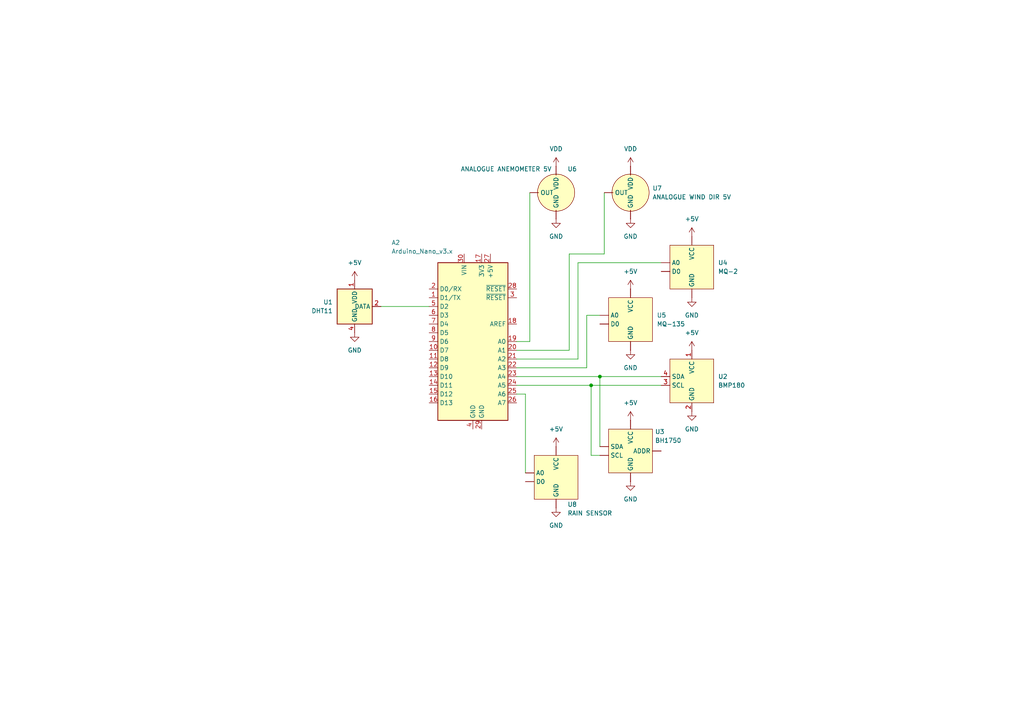
<source format=kicad_sch>
(kicad_sch
	(version 20231120)
	(generator "eeschema")
	(generator_version "8.0")
	(uuid "baf6424c-117f-47d9-bcbf-8a5822e5893f")
	(paper "A4")
	(title_block
		(title "Atmospheric Parameters Forecasting with Neural Networks")
		(date "2024-08-29")
		(comment 1 "Released under GPL3 license")
		(comment 2 "Project URL: https://github.com/Maurg1975/atm-forecasting")
		(comment 3 "**** THIS SCHEMATIC IS A DRAFT - NO WARRANTY ****")
	)
	(lib_symbols
		(symbol "MCU_Module:Arduino_Nano_v3.x"
			(exclude_from_sim no)
			(in_bom yes)
			(on_board yes)
			(property "Reference" "A"
				(at -10.16 23.495 0)
				(effects
					(font
						(size 1.27 1.27)
					)
					(justify left bottom)
				)
			)
			(property "Value" "Arduino_Nano_v3.x"
				(at 5.08 -24.13 0)
				(effects
					(font
						(size 1.27 1.27)
					)
					(justify left top)
				)
			)
			(property "Footprint" "Module:Arduino_Nano"
				(at 0 0 0)
				(effects
					(font
						(size 1.27 1.27)
						(italic yes)
					)
					(hide yes)
				)
			)
			(property "Datasheet" "http://www.mouser.com/pdfdocs/Gravitech_Arduino_Nano3_0.pdf"
				(at 0 0 0)
				(effects
					(font
						(size 1.27 1.27)
					)
					(hide yes)
				)
			)
			(property "Description" "Arduino Nano v3.x"
				(at 0 0 0)
				(effects
					(font
						(size 1.27 1.27)
					)
					(hide yes)
				)
			)
			(property "ki_keywords" "Arduino nano microcontroller module USB"
				(at 0 0 0)
				(effects
					(font
						(size 1.27 1.27)
					)
					(hide yes)
				)
			)
			(property "ki_fp_filters" "Arduino*Nano*"
				(at 0 0 0)
				(effects
					(font
						(size 1.27 1.27)
					)
					(hide yes)
				)
			)
			(symbol "Arduino_Nano_v3.x_0_1"
				(rectangle
					(start -10.16 22.86)
					(end 10.16 -22.86)
					(stroke
						(width 0.254)
						(type default)
					)
					(fill
						(type background)
					)
				)
			)
			(symbol "Arduino_Nano_v3.x_1_1"
				(pin bidirectional line
					(at -12.7 12.7 0)
					(length 2.54)
					(name "D1/TX"
						(effects
							(font
								(size 1.27 1.27)
							)
						)
					)
					(number "1"
						(effects
							(font
								(size 1.27 1.27)
							)
						)
					)
				)
				(pin bidirectional line
					(at -12.7 -2.54 0)
					(length 2.54)
					(name "D7"
						(effects
							(font
								(size 1.27 1.27)
							)
						)
					)
					(number "10"
						(effects
							(font
								(size 1.27 1.27)
							)
						)
					)
				)
				(pin bidirectional line
					(at -12.7 -5.08 0)
					(length 2.54)
					(name "D8"
						(effects
							(font
								(size 1.27 1.27)
							)
						)
					)
					(number "11"
						(effects
							(font
								(size 1.27 1.27)
							)
						)
					)
				)
				(pin bidirectional line
					(at -12.7 -7.62 0)
					(length 2.54)
					(name "D9"
						(effects
							(font
								(size 1.27 1.27)
							)
						)
					)
					(number "12"
						(effects
							(font
								(size 1.27 1.27)
							)
						)
					)
				)
				(pin bidirectional line
					(at -12.7 -10.16 0)
					(length 2.54)
					(name "D10"
						(effects
							(font
								(size 1.27 1.27)
							)
						)
					)
					(number "13"
						(effects
							(font
								(size 1.27 1.27)
							)
						)
					)
				)
				(pin bidirectional line
					(at -12.7 -12.7 0)
					(length 2.54)
					(name "D11"
						(effects
							(font
								(size 1.27 1.27)
							)
						)
					)
					(number "14"
						(effects
							(font
								(size 1.27 1.27)
							)
						)
					)
				)
				(pin bidirectional line
					(at -12.7 -15.24 0)
					(length 2.54)
					(name "D12"
						(effects
							(font
								(size 1.27 1.27)
							)
						)
					)
					(number "15"
						(effects
							(font
								(size 1.27 1.27)
							)
						)
					)
				)
				(pin bidirectional line
					(at -12.7 -17.78 0)
					(length 2.54)
					(name "D13"
						(effects
							(font
								(size 1.27 1.27)
							)
						)
					)
					(number "16"
						(effects
							(font
								(size 1.27 1.27)
							)
						)
					)
				)
				(pin power_out line
					(at 2.54 25.4 270)
					(length 2.54)
					(name "3V3"
						(effects
							(font
								(size 1.27 1.27)
							)
						)
					)
					(number "17"
						(effects
							(font
								(size 1.27 1.27)
							)
						)
					)
				)
				(pin input line
					(at 12.7 5.08 180)
					(length 2.54)
					(name "AREF"
						(effects
							(font
								(size 1.27 1.27)
							)
						)
					)
					(number "18"
						(effects
							(font
								(size 1.27 1.27)
							)
						)
					)
				)
				(pin bidirectional line
					(at 12.7 0 180)
					(length 2.54)
					(name "A0"
						(effects
							(font
								(size 1.27 1.27)
							)
						)
					)
					(number "19"
						(effects
							(font
								(size 1.27 1.27)
							)
						)
					)
				)
				(pin bidirectional line
					(at -12.7 15.24 0)
					(length 2.54)
					(name "D0/RX"
						(effects
							(font
								(size 1.27 1.27)
							)
						)
					)
					(number "2"
						(effects
							(font
								(size 1.27 1.27)
							)
						)
					)
				)
				(pin bidirectional line
					(at 12.7 -2.54 180)
					(length 2.54)
					(name "A1"
						(effects
							(font
								(size 1.27 1.27)
							)
						)
					)
					(number "20"
						(effects
							(font
								(size 1.27 1.27)
							)
						)
					)
				)
				(pin bidirectional line
					(at 12.7 -5.08 180)
					(length 2.54)
					(name "A2"
						(effects
							(font
								(size 1.27 1.27)
							)
						)
					)
					(number "21"
						(effects
							(font
								(size 1.27 1.27)
							)
						)
					)
				)
				(pin bidirectional line
					(at 12.7 -7.62 180)
					(length 2.54)
					(name "A3"
						(effects
							(font
								(size 1.27 1.27)
							)
						)
					)
					(number "22"
						(effects
							(font
								(size 1.27 1.27)
							)
						)
					)
				)
				(pin bidirectional line
					(at 12.7 -10.16 180)
					(length 2.54)
					(name "A4"
						(effects
							(font
								(size 1.27 1.27)
							)
						)
					)
					(number "23"
						(effects
							(font
								(size 1.27 1.27)
							)
						)
					)
				)
				(pin bidirectional line
					(at 12.7 -12.7 180)
					(length 2.54)
					(name "A5"
						(effects
							(font
								(size 1.27 1.27)
							)
						)
					)
					(number "24"
						(effects
							(font
								(size 1.27 1.27)
							)
						)
					)
				)
				(pin bidirectional line
					(at 12.7 -15.24 180)
					(length 2.54)
					(name "A6"
						(effects
							(font
								(size 1.27 1.27)
							)
						)
					)
					(number "25"
						(effects
							(font
								(size 1.27 1.27)
							)
						)
					)
				)
				(pin bidirectional line
					(at 12.7 -17.78 180)
					(length 2.54)
					(name "A7"
						(effects
							(font
								(size 1.27 1.27)
							)
						)
					)
					(number "26"
						(effects
							(font
								(size 1.27 1.27)
							)
						)
					)
				)
				(pin power_out line
					(at 5.08 25.4 270)
					(length 2.54)
					(name "+5V"
						(effects
							(font
								(size 1.27 1.27)
							)
						)
					)
					(number "27"
						(effects
							(font
								(size 1.27 1.27)
							)
						)
					)
				)
				(pin input line
					(at 12.7 15.24 180)
					(length 2.54)
					(name "~{RESET}"
						(effects
							(font
								(size 1.27 1.27)
							)
						)
					)
					(number "28"
						(effects
							(font
								(size 1.27 1.27)
							)
						)
					)
				)
				(pin power_in line
					(at 2.54 -25.4 90)
					(length 2.54)
					(name "GND"
						(effects
							(font
								(size 1.27 1.27)
							)
						)
					)
					(number "29"
						(effects
							(font
								(size 1.27 1.27)
							)
						)
					)
				)
				(pin input line
					(at 12.7 12.7 180)
					(length 2.54)
					(name "~{RESET}"
						(effects
							(font
								(size 1.27 1.27)
							)
						)
					)
					(number "3"
						(effects
							(font
								(size 1.27 1.27)
							)
						)
					)
				)
				(pin power_in line
					(at -2.54 25.4 270)
					(length 2.54)
					(name "VIN"
						(effects
							(font
								(size 1.27 1.27)
							)
						)
					)
					(number "30"
						(effects
							(font
								(size 1.27 1.27)
							)
						)
					)
				)
				(pin power_in line
					(at 0 -25.4 90)
					(length 2.54)
					(name "GND"
						(effects
							(font
								(size 1.27 1.27)
							)
						)
					)
					(number "4"
						(effects
							(font
								(size 1.27 1.27)
							)
						)
					)
				)
				(pin bidirectional line
					(at -12.7 10.16 0)
					(length 2.54)
					(name "D2"
						(effects
							(font
								(size 1.27 1.27)
							)
						)
					)
					(number "5"
						(effects
							(font
								(size 1.27 1.27)
							)
						)
					)
				)
				(pin bidirectional line
					(at -12.7 7.62 0)
					(length 2.54)
					(name "D3"
						(effects
							(font
								(size 1.27 1.27)
							)
						)
					)
					(number "6"
						(effects
							(font
								(size 1.27 1.27)
							)
						)
					)
				)
				(pin bidirectional line
					(at -12.7 5.08 0)
					(length 2.54)
					(name "D4"
						(effects
							(font
								(size 1.27 1.27)
							)
						)
					)
					(number "7"
						(effects
							(font
								(size 1.27 1.27)
							)
						)
					)
				)
				(pin bidirectional line
					(at -12.7 2.54 0)
					(length 2.54)
					(name "D5"
						(effects
							(font
								(size 1.27 1.27)
							)
						)
					)
					(number "8"
						(effects
							(font
								(size 1.27 1.27)
							)
						)
					)
				)
				(pin bidirectional line
					(at -12.7 0 0)
					(length 2.54)
					(name "D6"
						(effects
							(font
								(size 1.27 1.27)
							)
						)
					)
					(number "9"
						(effects
							(font
								(size 1.27 1.27)
							)
						)
					)
				)
			)
		)
		(symbol "Sensor:DHT11"
			(exclude_from_sim no)
			(in_bom yes)
			(on_board yes)
			(property "Reference" "U"
				(at -3.81 6.35 0)
				(effects
					(font
						(size 1.27 1.27)
					)
				)
			)
			(property "Value" "DHT11"
				(at 3.81 6.35 0)
				(effects
					(font
						(size 1.27 1.27)
					)
				)
			)
			(property "Footprint" "Sensor:Aosong_DHT11_5.5x12.0_P2.54mm"
				(at 0 -10.16 0)
				(effects
					(font
						(size 1.27 1.27)
					)
					(hide yes)
				)
			)
			(property "Datasheet" "http://akizukidenshi.com/download/ds/aosong/DHT11.pdf"
				(at 3.81 6.35 0)
				(effects
					(font
						(size 1.27 1.27)
					)
					(hide yes)
				)
			)
			(property "Description" "3.3V to 5.5V, temperature and humidity module, DHT11"
				(at 0 0 0)
				(effects
					(font
						(size 1.27 1.27)
					)
					(hide yes)
				)
			)
			(property "ki_keywords" "digital sensor"
				(at 0 0 0)
				(effects
					(font
						(size 1.27 1.27)
					)
					(hide yes)
				)
			)
			(property "ki_fp_filters" "Aosong*DHT11*5.5x12.0*P2.54mm*"
				(at 0 0 0)
				(effects
					(font
						(size 1.27 1.27)
					)
					(hide yes)
				)
			)
			(symbol "DHT11_0_1"
				(rectangle
					(start -5.08 5.08)
					(end 5.08 -5.08)
					(stroke
						(width 0.254)
						(type default)
					)
					(fill
						(type background)
					)
				)
			)
			(symbol "DHT11_1_1"
				(pin power_in line
					(at 0 7.62 270)
					(length 2.54)
					(name "VDD"
						(effects
							(font
								(size 1.27 1.27)
							)
						)
					)
					(number "1"
						(effects
							(font
								(size 1.27 1.27)
							)
						)
					)
				)
				(pin bidirectional line
					(at 7.62 0 180)
					(length 2.54)
					(name "DATA"
						(effects
							(font
								(size 1.27 1.27)
							)
						)
					)
					(number "2"
						(effects
							(font
								(size 1.27 1.27)
							)
						)
					)
				)
				(pin no_connect line
					(at -5.08 0 0)
					(length 2.54) hide
					(name "NC"
						(effects
							(font
								(size 1.27 1.27)
							)
						)
					)
					(number "3"
						(effects
							(font
								(size 1.27 1.27)
							)
						)
					)
				)
				(pin power_in line
					(at 0 -7.62 90)
					(length 2.54)
					(name "GND"
						(effects
							(font
								(size 1.27 1.27)
							)
						)
					)
					(number "4"
						(effects
							(font
								(size 1.27 1.27)
							)
						)
					)
				)
			)
		)
		(symbol "maurg1975_sensors:ANEMOMETER_ANALOGUE"
			(exclude_from_sim no)
			(in_bom yes)
			(on_board yes)
			(property "Reference" "U"
				(at -5.588 7.112 0)
				(effects
					(font
						(size 1.27 1.27)
					)
					(justify left top)
				)
			)
			(property "Value" "ANEM_AN"
				(at 4.572 7.112 0)
				(effects
					(font
						(size 1.27 1.27)
					)
					(justify left top)
				)
			)
			(property "Footprint" ""
				(at 0 0 0)
				(effects
					(font
						(size 1.27 1.27)
					)
					(hide yes)
				)
			)
			(property "Datasheet" ""
				(at 0 0 0)
				(effects
					(font
						(size 1.27 1.27)
					)
					(hide yes)
				)
			)
			(property "Description" ""
				(at 0 0 0)
				(effects
					(font
						(size 1.27 1.27)
					)
					(hide yes)
				)
			)
			(symbol "ANEMOMETER_ANALOGUE_1_1"
				(circle
					(center 0 0)
					(radius 5.3882)
					(stroke
						(width 0)
						(type default)
					)
					(fill
						(type background)
					)
				)
				(pin power_in line
					(at 0 -7.62 90)
					(length 2.54)
					(name "GND"
						(effects
							(font
								(size 1.27 1.27)
							)
						)
					)
					(number ""
						(effects
							(font
								(size 1.27 1.27)
							)
						)
					)
				)
				(pin output line
					(at -7.62 0 0)
					(length 2.54)
					(name "OUT"
						(effects
							(font
								(size 1.27 1.27)
							)
						)
					)
					(number ""
						(effects
							(font
								(size 1.27 1.27)
							)
						)
					)
				)
				(pin power_in line
					(at 0 7.62 270)
					(length 2.54)
					(name "VDD"
						(effects
							(font
								(size 1.27 1.27)
							)
						)
					)
					(number ""
						(effects
							(font
								(size 1.27 1.27)
							)
						)
					)
				)
			)
		)
		(symbol "maurg1975_sensors:BH1750"
			(exclude_from_sim no)
			(in_bom yes)
			(on_board yes)
			(property "Reference" "U"
				(at -6.604 8.636 0)
				(effects
					(font
						(size 1.27 1.27)
					)
					(justify left top)
				)
			)
			(property "Value" "BH1750"
				(at 6.096 8.636 0)
				(effects
					(font
						(size 1.27 1.27)
					)
					(justify left top)
				)
			)
			(property "Footprint" ""
				(at 0 0 0)
				(effects
					(font
						(size 1.27 1.27)
					)
					(hide yes)
				)
			)
			(property "Datasheet" ""
				(at 0 0 0)
				(effects
					(font
						(size 1.27 1.27)
					)
					(hide yes)
				)
			)
			(property "Description" ""
				(at 0 0 0)
				(effects
					(font
						(size 1.27 1.27)
					)
					(hide yes)
				)
			)
			(symbol "BH1750_1_1"
				(rectangle
					(start -6.35 6.35)
					(end 6.35 -6.35)
					(stroke
						(width 0)
						(type default)
					)
					(fill
						(type background)
					)
				)
				(pin power_in line
					(at 8.89 0 180)
					(length 2.54)
					(name "ADDR"
						(effects
							(font
								(size 1.27 1.27)
							)
						)
					)
					(number ""
						(effects
							(font
								(size 1.27 1.27)
							)
						)
					)
				)
				(pin power_in line
					(at 0 -8.89 90)
					(length 2.54)
					(name "GND"
						(effects
							(font
								(size 1.27 1.27)
							)
						)
					)
					(number ""
						(effects
							(font
								(size 1.27 1.27)
							)
						)
					)
				)
				(pin input line
					(at -8.89 -1.27 0)
					(length 2.54)
					(name "SCL"
						(effects
							(font
								(size 1.27 1.27)
							)
						)
					)
					(number ""
						(effects
							(font
								(size 1.27 1.27)
							)
						)
					)
				)
				(pin input line
					(at -8.89 1.27 0)
					(length 2.54)
					(name "SDA"
						(effects
							(font
								(size 1.27 1.27)
							)
						)
					)
					(number ""
						(effects
							(font
								(size 1.27 1.27)
							)
						)
					)
				)
				(pin power_in line
					(at 0 8.89 270)
					(length 2.54)
					(name "VCC"
						(effects
							(font
								(size 1.27 1.27)
							)
						)
					)
					(number ""
						(effects
							(font
								(size 1.27 1.27)
							)
						)
					)
				)
			)
		)
		(symbol "maurg1975_sensors:BMP180"
			(exclude_from_sim no)
			(in_bom yes)
			(on_board yes)
			(property "Reference" "U"
				(at -6.604 8.636 0)
				(effects
					(font
						(size 1.27 1.27)
					)
					(justify left top)
				)
			)
			(property "Value" "BMP180"
				(at 6.096 8.636 0)
				(effects
					(font
						(size 1.27 1.27)
					)
					(justify left top)
				)
			)
			(property "Footprint" ""
				(at 0 0 0)
				(effects
					(font
						(size 1.27 1.27)
					)
					(hide yes)
				)
			)
			(property "Datasheet" ""
				(at 0 0 0)
				(effects
					(font
						(size 1.27 1.27)
					)
					(hide yes)
				)
			)
			(property "Description" ""
				(at 0 0 0)
				(effects
					(font
						(size 1.27 1.27)
					)
					(hide yes)
				)
			)
			(symbol "BMP180_1_1"
				(rectangle
					(start -6.35 6.35)
					(end 6.35 -6.35)
					(stroke
						(width 0)
						(type default)
					)
					(fill
						(type background)
					)
				)
				(pin power_in line
					(at 0 8.89 270)
					(length 2.54)
					(name "VCC"
						(effects
							(font
								(size 1.27 1.27)
							)
						)
					)
					(number "1"
						(effects
							(font
								(size 1.27 1.27)
							)
						)
					)
				)
				(pin power_in line
					(at 0 -8.89 90)
					(length 2.54)
					(name "GND"
						(effects
							(font
								(size 1.27 1.27)
							)
						)
					)
					(number "2"
						(effects
							(font
								(size 1.27 1.27)
							)
						)
					)
				)
				(pin input line
					(at -8.89 -1.27 0)
					(length 2.54)
					(name "SCL"
						(effects
							(font
								(size 1.27 1.27)
							)
						)
					)
					(number "3"
						(effects
							(font
								(size 1.27 1.27)
							)
						)
					)
				)
				(pin input line
					(at -8.89 1.27 0)
					(length 2.54)
					(name "SDA"
						(effects
							(font
								(size 1.27 1.27)
							)
						)
					)
					(number "4"
						(effects
							(font
								(size 1.27 1.27)
							)
						)
					)
				)
			)
		)
		(symbol "maurg1975_sensors:MQ-135"
			(exclude_from_sim no)
			(in_bom yes)
			(on_board yes)
			(property "Reference" "U"
				(at -6.858 8.382 0)
				(effects
					(font
						(size 1.27 1.27)
					)
					(justify left top)
				)
			)
			(property "Value" "MQ-135"
				(at 5.842 8.382 0)
				(effects
					(font
						(size 1.27 1.27)
					)
					(justify left top)
				)
			)
			(property "Footprint" ""
				(at 0 0 0)
				(effects
					(font
						(size 1.27 1.27)
					)
					(hide yes)
				)
			)
			(property "Datasheet" ""
				(at 0 0 0)
				(effects
					(font
						(size 1.27 1.27)
					)
					(hide yes)
				)
			)
			(property "Description" ""
				(at 0 0 0)
				(effects
					(font
						(size 1.27 1.27)
					)
					(hide yes)
				)
			)
			(symbol "MQ-135_1_1"
				(rectangle
					(start -6.35 6.35)
					(end 6.35 -6.35)
					(stroke
						(width 0)
						(type default)
					)
					(fill
						(type background)
					)
				)
				(pin input line
					(at -8.89 1.27 0)
					(length 2.54)
					(name "A0"
						(effects
							(font
								(size 1.27 1.27)
							)
						)
					)
					(number ""
						(effects
							(font
								(size 1.27 1.27)
							)
						)
					)
				)
				(pin input line
					(at -8.89 -1.27 0)
					(length 2.54)
					(name "D0"
						(effects
							(font
								(size 1.27 1.27)
							)
						)
					)
					(number ""
						(effects
							(font
								(size 1.27 1.27)
							)
						)
					)
				)
				(pin power_in line
					(at 0 -8.89 90)
					(length 2.54)
					(name "GND"
						(effects
							(font
								(size 1.27 1.27)
							)
						)
					)
					(number ""
						(effects
							(font
								(size 1.27 1.27)
							)
						)
					)
				)
				(pin power_in line
					(at 0 8.89 270)
					(length 2.54)
					(name "VCC"
						(effects
							(font
								(size 1.27 1.27)
							)
						)
					)
					(number ""
						(effects
							(font
								(size 1.27 1.27)
							)
						)
					)
				)
			)
		)
		(symbol "maurg1975_sensors:MQ-2"
			(exclude_from_sim no)
			(in_bom yes)
			(on_board yes)
			(property "Reference" "U"
				(at -6.604 8.382 0)
				(effects
					(font
						(size 1.27 1.27)
					)
					(justify left top)
				)
			)
			(property "Value" "MQ-2"
				(at 6.096 8.382 0)
				(effects
					(font
						(size 1.27 1.27)
					)
					(justify left top)
				)
			)
			(property "Footprint" ""
				(at 0 0 0)
				(effects
					(font
						(size 1.27 1.27)
					)
					(hide yes)
				)
			)
			(property "Datasheet" ""
				(at 0 0 0)
				(effects
					(font
						(size 1.27 1.27)
					)
					(hide yes)
				)
			)
			(property "Description" ""
				(at 0 0 0)
				(effects
					(font
						(size 1.27 1.27)
					)
					(hide yes)
				)
			)
			(symbol "MQ-2_1_1"
				(rectangle
					(start -6.35 6.35)
					(end 6.35 -6.35)
					(stroke
						(width 0)
						(type default)
					)
					(fill
						(type background)
					)
				)
				(pin input line
					(at -8.89 1.27 0)
					(length 2.54)
					(name "A0"
						(effects
							(font
								(size 1.27 1.27)
							)
						)
					)
					(number ""
						(effects
							(font
								(size 1.27 1.27)
							)
						)
					)
				)
				(pin input line
					(at -8.89 -1.27 0)
					(length 2.54)
					(name "D0"
						(effects
							(font
								(size 1.27 1.27)
							)
						)
					)
					(number ""
						(effects
							(font
								(size 1.27 1.27)
							)
						)
					)
				)
				(pin power_in line
					(at 0 -8.89 90)
					(length 2.54)
					(name "GND"
						(effects
							(font
								(size 1.27 1.27)
							)
						)
					)
					(number ""
						(effects
							(font
								(size 1.27 1.27)
							)
						)
					)
				)
				(pin power_in line
					(at 0 8.89 270)
					(length 2.54)
					(name "VCC"
						(effects
							(font
								(size 1.27 1.27)
							)
						)
					)
					(number ""
						(effects
							(font
								(size 1.27 1.27)
							)
						)
					)
				)
			)
		)
		(symbol "maurg1975_sensors:RAIN_SENSOR"
			(exclude_from_sim no)
			(in_bom yes)
			(on_board yes)
			(property "Reference" "U"
				(at -6.604 8.636 0)
				(effects
					(font
						(size 1.27 1.27)
					)
					(justify left top)
				)
			)
			(property "Value" "RAIN SENSOR"
				(at 5.842 8.636 0)
				(effects
					(font
						(size 1.27 1.27)
					)
					(justify left top)
				)
			)
			(property "Footprint" ""
				(at -6.604 8.89 0)
				(effects
					(font
						(size 1.27 1.27)
					)
					(hide yes)
				)
			)
			(property "Datasheet" ""
				(at -6.604 8.89 0)
				(effects
					(font
						(size 1.27 1.27)
					)
					(hide yes)
				)
			)
			(property "Description" ""
				(at -6.604 8.89 0)
				(effects
					(font
						(size 1.27 1.27)
					)
					(hide yes)
				)
			)
			(symbol "RAIN_SENSOR_1_1"
				(rectangle
					(start -6.35 6.35)
					(end 6.35 -6.35)
					(stroke
						(width 0)
						(type default)
					)
					(fill
						(type background)
					)
				)
				(pin input line
					(at -8.89 1.27 0)
					(length 2.54)
					(name "A0"
						(effects
							(font
								(size 1.27 1.27)
							)
						)
					)
					(number ""
						(effects
							(font
								(size 1.27 1.27)
							)
						)
					)
				)
				(pin input line
					(at -8.89 -1.27 0)
					(length 2.54)
					(name "D0"
						(effects
							(font
								(size 1.27 1.27)
							)
						)
					)
					(number ""
						(effects
							(font
								(size 1.27 1.27)
							)
						)
					)
				)
				(pin power_in line
					(at 0 -8.89 90)
					(length 2.54)
					(name "GND"
						(effects
							(font
								(size 1.27 1.27)
							)
						)
					)
					(number ""
						(effects
							(font
								(size 1.27 1.27)
							)
						)
					)
				)
				(pin power_in line
					(at 0 8.89 270)
					(length 2.54)
					(name "VCC"
						(effects
							(font
								(size 1.27 1.27)
							)
						)
					)
					(number ""
						(effects
							(font
								(size 1.27 1.27)
							)
						)
					)
				)
			)
		)
		(symbol "maurg1975_sensors:WIND_DIR_ANALOGUE"
			(exclude_from_sim no)
			(in_bom yes)
			(on_board yes)
			(property "Reference" "U"
				(at -5.842 7.112 0)
				(effects
					(font
						(size 1.27 1.27)
					)
					(justify left top)
				)
			)
			(property "Value" "WIND_DIR_AN"
				(at 4.572 7.112 0)
				(effects
					(font
						(size 1.27 1.27)
					)
					(justify left top)
				)
			)
			(property "Footprint" ""
				(at 0 0 0)
				(effects
					(font
						(size 1.27 1.27)
					)
					(hide yes)
				)
			)
			(property "Datasheet" ""
				(at 0 0 0)
				(effects
					(font
						(size 1.27 1.27)
					)
					(hide yes)
				)
			)
			(property "Description" ""
				(at 0 0 0)
				(effects
					(font
						(size 1.27 1.27)
					)
					(hide yes)
				)
			)
			(symbol "WIND_DIR_ANALOGUE_1_1"
				(circle
					(center 0 0)
					(radius 5.3882)
					(stroke
						(width 0)
						(type default)
					)
					(fill
						(type background)
					)
				)
				(pin power_in line
					(at 0 -7.62 90)
					(length 2.54)
					(name "GND"
						(effects
							(font
								(size 1.27 1.27)
							)
						)
					)
					(number ""
						(effects
							(font
								(size 1.27 1.27)
							)
						)
					)
				)
				(pin output line
					(at -7.62 0 0)
					(length 2.54)
					(name "OUT"
						(effects
							(font
								(size 1.27 1.27)
							)
						)
					)
					(number ""
						(effects
							(font
								(size 1.27 1.27)
							)
						)
					)
				)
				(pin power_in line
					(at 0 7.62 270)
					(length 2.54)
					(name "VDD"
						(effects
							(font
								(size 1.27 1.27)
							)
						)
					)
					(number ""
						(effects
							(font
								(size 1.27 1.27)
							)
						)
					)
				)
			)
		)
		(symbol "power:+5V"
			(power)
			(pin_numbers hide)
			(pin_names
				(offset 0) hide)
			(exclude_from_sim no)
			(in_bom yes)
			(on_board yes)
			(property "Reference" "#PWR"
				(at 0 -3.81 0)
				(effects
					(font
						(size 1.27 1.27)
					)
					(hide yes)
				)
			)
			(property "Value" "+5V"
				(at 0 3.556 0)
				(effects
					(font
						(size 1.27 1.27)
					)
				)
			)
			(property "Footprint" ""
				(at 0 0 0)
				(effects
					(font
						(size 1.27 1.27)
					)
					(hide yes)
				)
			)
			(property "Datasheet" ""
				(at 0 0 0)
				(effects
					(font
						(size 1.27 1.27)
					)
					(hide yes)
				)
			)
			(property "Description" "Power symbol creates a global label with name \"+5V\""
				(at 0 0 0)
				(effects
					(font
						(size 1.27 1.27)
					)
					(hide yes)
				)
			)
			(property "ki_keywords" "global power"
				(at 0 0 0)
				(effects
					(font
						(size 1.27 1.27)
					)
					(hide yes)
				)
			)
			(symbol "+5V_0_1"
				(polyline
					(pts
						(xy -0.762 1.27) (xy 0 2.54)
					)
					(stroke
						(width 0)
						(type default)
					)
					(fill
						(type none)
					)
				)
				(polyline
					(pts
						(xy 0 0) (xy 0 2.54)
					)
					(stroke
						(width 0)
						(type default)
					)
					(fill
						(type none)
					)
				)
				(polyline
					(pts
						(xy 0 2.54) (xy 0.762 1.27)
					)
					(stroke
						(width 0)
						(type default)
					)
					(fill
						(type none)
					)
				)
			)
			(symbol "+5V_1_1"
				(pin power_in line
					(at 0 0 90)
					(length 0)
					(name "~"
						(effects
							(font
								(size 1.27 1.27)
							)
						)
					)
					(number "1"
						(effects
							(font
								(size 1.27 1.27)
							)
						)
					)
				)
			)
		)
		(symbol "power:GND"
			(power)
			(pin_numbers hide)
			(pin_names
				(offset 0) hide)
			(exclude_from_sim no)
			(in_bom yes)
			(on_board yes)
			(property "Reference" "#PWR"
				(at 0 -6.35 0)
				(effects
					(font
						(size 1.27 1.27)
					)
					(hide yes)
				)
			)
			(property "Value" "GND"
				(at 0 -3.81 0)
				(effects
					(font
						(size 1.27 1.27)
					)
				)
			)
			(property "Footprint" ""
				(at 0 0 0)
				(effects
					(font
						(size 1.27 1.27)
					)
					(hide yes)
				)
			)
			(property "Datasheet" ""
				(at 0 0 0)
				(effects
					(font
						(size 1.27 1.27)
					)
					(hide yes)
				)
			)
			(property "Description" "Power symbol creates a global label with name \"GND\" , ground"
				(at 0 0 0)
				(effects
					(font
						(size 1.27 1.27)
					)
					(hide yes)
				)
			)
			(property "ki_keywords" "global power"
				(at 0 0 0)
				(effects
					(font
						(size 1.27 1.27)
					)
					(hide yes)
				)
			)
			(symbol "GND_0_1"
				(polyline
					(pts
						(xy 0 0) (xy 0 -1.27) (xy 1.27 -1.27) (xy 0 -2.54) (xy -1.27 -1.27) (xy 0 -1.27)
					)
					(stroke
						(width 0)
						(type default)
					)
					(fill
						(type none)
					)
				)
			)
			(symbol "GND_1_1"
				(pin power_in line
					(at 0 0 270)
					(length 0)
					(name "~"
						(effects
							(font
								(size 1.27 1.27)
							)
						)
					)
					(number "1"
						(effects
							(font
								(size 1.27 1.27)
							)
						)
					)
				)
			)
		)
		(symbol "power:VDD"
			(power)
			(pin_numbers hide)
			(pin_names
				(offset 0) hide)
			(exclude_from_sim no)
			(in_bom yes)
			(on_board yes)
			(property "Reference" "#PWR"
				(at 0 -3.81 0)
				(effects
					(font
						(size 1.27 1.27)
					)
					(hide yes)
				)
			)
			(property "Value" "VDD"
				(at 0 3.556 0)
				(effects
					(font
						(size 1.27 1.27)
					)
				)
			)
			(property "Footprint" ""
				(at 0 0 0)
				(effects
					(font
						(size 1.27 1.27)
					)
					(hide yes)
				)
			)
			(property "Datasheet" ""
				(at 0 0 0)
				(effects
					(font
						(size 1.27 1.27)
					)
					(hide yes)
				)
			)
			(property "Description" "Power symbol creates a global label with name \"VDD\""
				(at 0 0 0)
				(effects
					(font
						(size 1.27 1.27)
					)
					(hide yes)
				)
			)
			(property "ki_keywords" "global power"
				(at 0 0 0)
				(effects
					(font
						(size 1.27 1.27)
					)
					(hide yes)
				)
			)
			(symbol "VDD_0_1"
				(polyline
					(pts
						(xy -0.762 1.27) (xy 0 2.54)
					)
					(stroke
						(width 0)
						(type default)
					)
					(fill
						(type none)
					)
				)
				(polyline
					(pts
						(xy 0 0) (xy 0 2.54)
					)
					(stroke
						(width 0)
						(type default)
					)
					(fill
						(type none)
					)
				)
				(polyline
					(pts
						(xy 0 2.54) (xy 0.762 1.27)
					)
					(stroke
						(width 0)
						(type default)
					)
					(fill
						(type none)
					)
				)
			)
			(symbol "VDD_1_1"
				(pin power_in line
					(at 0 0 90)
					(length 0)
					(name "~"
						(effects
							(font
								(size 1.27 1.27)
							)
						)
					)
					(number "1"
						(effects
							(font
								(size 1.27 1.27)
							)
						)
					)
				)
			)
		)
	)
	(junction
		(at 171.45 111.76)
		(diameter 0)
		(color 0 0 0 0)
		(uuid "6ccf5841-df44-42ef-aa94-bd53c836074d")
	)
	(junction
		(at 173.99 109.22)
		(diameter 0)
		(color 0 0 0 0)
		(uuid "f86cd400-737a-4b72-a782-7c11414b93b6")
	)
	(wire
		(pts
			(xy 149.86 111.76) (xy 171.45 111.76)
		)
		(stroke
			(width 0)
			(type default)
		)
		(uuid "025780bd-5aff-43aa-b3d6-a7dee5a1a530")
	)
	(wire
		(pts
			(xy 149.86 101.6) (xy 165.1 101.6)
		)
		(stroke
			(width 0)
			(type default)
		)
		(uuid "09823175-3b30-4345-9530-b6e532a58a18")
	)
	(wire
		(pts
			(xy 165.1 73.66) (xy 165.1 101.6)
		)
		(stroke
			(width 0)
			(type default)
		)
		(uuid "13cc3d9e-cbe8-4c88-8f46-ce94a9c7553e")
	)
	(wire
		(pts
			(xy 175.26 55.88) (xy 175.26 73.66)
		)
		(stroke
			(width 0)
			(type default)
		)
		(uuid "16f6a046-4de2-4958-90e5-bf2e0226cff2")
	)
	(wire
		(pts
			(xy 171.45 132.08) (xy 171.45 111.76)
		)
		(stroke
			(width 0)
			(type default)
		)
		(uuid "1a4c565a-7fd4-4618-8b86-ceb834b0dbad")
	)
	(wire
		(pts
			(xy 170.18 91.44) (xy 170.18 106.68)
		)
		(stroke
			(width 0)
			(type default)
		)
		(uuid "1e7dd1ab-e803-42b9-b97e-374f47da733a")
	)
	(wire
		(pts
			(xy 173.99 132.08) (xy 171.45 132.08)
		)
		(stroke
			(width 0)
			(type default)
		)
		(uuid "1e952c75-4031-4ed7-b2ca-2eb5f1b2489c")
	)
	(wire
		(pts
			(xy 167.64 76.2) (xy 167.64 104.14)
		)
		(stroke
			(width 0)
			(type default)
		)
		(uuid "1f7acdc6-870c-4902-aae7-1dcf91dcbad8")
	)
	(wire
		(pts
			(xy 175.26 73.66) (xy 165.1 73.66)
		)
		(stroke
			(width 0)
			(type default)
		)
		(uuid "2d631cd2-8a0e-47f9-837e-39ba40b14054")
	)
	(wire
		(pts
			(xy 173.99 91.44) (xy 170.18 91.44)
		)
		(stroke
			(width 0)
			(type default)
		)
		(uuid "39184cc6-f1ba-4f74-9c8f-02565c69283e")
	)
	(wire
		(pts
			(xy 170.18 106.68) (xy 149.86 106.68)
		)
		(stroke
			(width 0)
			(type default)
		)
		(uuid "39cd152a-5887-48f7-9a52-e24499a14483")
	)
	(wire
		(pts
			(xy 152.4 114.3) (xy 149.86 114.3)
		)
		(stroke
			(width 0)
			(type default)
		)
		(uuid "48d922bc-b03c-4c49-9a95-e0d255eb2184")
	)
	(wire
		(pts
			(xy 149.86 109.22) (xy 173.99 109.22)
		)
		(stroke
			(width 0)
			(type default)
		)
		(uuid "50719d85-90d3-48f8-971b-0ddfec3ec484")
	)
	(wire
		(pts
			(xy 173.99 109.22) (xy 191.77 109.22)
		)
		(stroke
			(width 0)
			(type default)
		)
		(uuid "522da384-f298-4627-85cc-3a69ad0b7d58")
	)
	(wire
		(pts
			(xy 173.99 109.22) (xy 173.99 129.54)
		)
		(stroke
			(width 0)
			(type default)
		)
		(uuid "561b9136-34c0-48b5-ba9d-949ba7423e57")
	)
	(wire
		(pts
			(xy 153.67 55.88) (xy 153.67 99.06)
		)
		(stroke
			(width 0)
			(type default)
		)
		(uuid "85d6edab-2615-40ba-9f80-8356351e603a")
	)
	(wire
		(pts
			(xy 110.49 88.9) (xy 124.46 88.9)
		)
		(stroke
			(width 0)
			(type default)
		)
		(uuid "8eb2cf97-93a9-4b35-8c25-967a45f202c3")
	)
	(wire
		(pts
			(xy 152.4 137.16) (xy 152.4 114.3)
		)
		(stroke
			(width 0)
			(type default)
		)
		(uuid "9c8245ab-170a-4bd4-b17f-88027cfe595a")
	)
	(wire
		(pts
			(xy 171.45 111.76) (xy 191.77 111.76)
		)
		(stroke
			(width 0)
			(type default)
		)
		(uuid "c3212f48-c519-4021-9eb2-48a06de77c50")
	)
	(wire
		(pts
			(xy 167.64 104.14) (xy 149.86 104.14)
		)
		(stroke
			(width 0)
			(type default)
		)
		(uuid "ccb69dcb-7d4d-423e-b2be-7b3d9588e98b")
	)
	(wire
		(pts
			(xy 153.67 99.06) (xy 149.86 99.06)
		)
		(stroke
			(width 0)
			(type default)
		)
		(uuid "d4eec42e-7c08-42c0-a9ed-abc3c6a20047")
	)
	(wire
		(pts
			(xy 191.77 76.2) (xy 167.64 76.2)
		)
		(stroke
			(width 0)
			(type default)
		)
		(uuid "fac283ea-7724-405f-b4ed-591f57ebf0da")
	)
	(symbol
		(lib_id "maurg1975_sensors:WIND_DIR_ANALOGUE")
		(at 182.88 55.88 0)
		(unit 1)
		(exclude_from_sim no)
		(in_bom yes)
		(on_board yes)
		(dnp no)
		(fields_autoplaced yes)
		(uuid "004da90e-3674-4342-a1a1-229744386a41")
		(property "Reference" "U7"
			(at 189.23 54.6099 0)
			(effects
				(font
					(size 1.27 1.27)
				)
				(justify left)
			)
		)
		(property "Value" "ANALOGUE WIND DIR 5V"
			(at 189.23 57.1499 0)
			(effects
				(font
					(size 1.27 1.27)
				)
				(justify left)
			)
		)
		(property "Footprint" ""
			(at 182.88 55.88 0)
			(effects
				(font
					(size 1.27 1.27)
				)
				(hide yes)
			)
		)
		(property "Datasheet" ""
			(at 182.88 55.88 0)
			(effects
				(font
					(size 1.27 1.27)
				)
				(hide yes)
			)
		)
		(property "Description" ""
			(at 182.88 55.88 0)
			(effects
				(font
					(size 1.27 1.27)
				)
				(hide yes)
			)
		)
		(pin ""
			(uuid "6a0e331d-006e-4dda-9225-8f52246cc557")
		)
		(pin ""
			(uuid "4086a74f-2370-4cf6-b85c-8f13bff19f9a")
		)
		(pin ""
			(uuid "812d211e-b76c-4ccd-87b9-01654b7dd55b")
		)
		(instances
			(project ""
				(path "/baf6424c-117f-47d9-bcbf-8a5822e5893f"
					(reference "U7")
					(unit 1)
				)
			)
		)
	)
	(symbol
		(lib_id "maurg1975_sensors:MQ-2")
		(at 200.66 77.47 0)
		(unit 1)
		(exclude_from_sim no)
		(in_bom yes)
		(on_board yes)
		(dnp no)
		(fields_autoplaced yes)
		(uuid "04f252a4-816a-4090-9fdf-5d5eb7a7ec83")
		(property "Reference" "U4"
			(at 208.28 76.1999 0)
			(effects
				(font
					(size 1.27 1.27)
				)
				(justify left)
			)
		)
		(property "Value" "MQ-2"
			(at 208.28 78.7399 0)
			(effects
				(font
					(size 1.27 1.27)
				)
				(justify left)
			)
		)
		(property "Footprint" ""
			(at 200.66 77.47 0)
			(effects
				(font
					(size 1.27 1.27)
				)
				(hide yes)
			)
		)
		(property "Datasheet" ""
			(at 200.66 77.47 0)
			(effects
				(font
					(size 1.27 1.27)
				)
				(hide yes)
			)
		)
		(property "Description" ""
			(at 200.66 77.47 0)
			(effects
				(font
					(size 1.27 1.27)
				)
				(hide yes)
			)
		)
		(pin ""
			(uuid "76361d0c-b7a3-47d7-a8f3-cae9760d4480")
		)
		(pin ""
			(uuid "3f84cfc1-392a-45b4-ad0f-24d3f570b017")
		)
		(pin ""
			(uuid "a7c86eb0-2401-47f0-ad8f-29673f0d3079")
		)
		(pin ""
			(uuid "dc10cb98-7f44-40c8-9017-52dce6b37977")
		)
		(instances
			(project ""
				(path "/baf6424c-117f-47d9-bcbf-8a5822e5893f"
					(reference "U4")
					(unit 1)
				)
			)
		)
	)
	(symbol
		(lib_id "power:GND")
		(at 182.88 139.7 0)
		(unit 1)
		(exclude_from_sim no)
		(in_bom yes)
		(on_board yes)
		(dnp no)
		(fields_autoplaced yes)
		(uuid "157691d8-c3ff-4b64-8ccd-4d222b9bcd38")
		(property "Reference" "#PWR02"
			(at 182.88 146.05 0)
			(effects
				(font
					(size 1.27 1.27)
				)
				(hide yes)
			)
		)
		(property "Value" "GND"
			(at 182.88 144.78 0)
			(effects
				(font
					(size 1.27 1.27)
				)
			)
		)
		(property "Footprint" ""
			(at 182.88 139.7 0)
			(effects
				(font
					(size 1.27 1.27)
				)
				(hide yes)
			)
		)
		(property "Datasheet" ""
			(at 182.88 139.7 0)
			(effects
				(font
					(size 1.27 1.27)
				)
				(hide yes)
			)
		)
		(property "Description" "Power symbol creates a global label with name \"GND\" , ground"
			(at 182.88 139.7 0)
			(effects
				(font
					(size 1.27 1.27)
				)
				(hide yes)
			)
		)
		(pin "1"
			(uuid "e7a5bf06-3888-46d0-9402-69604803330a")
		)
		(instances
			(project "Atmospheric Parameters Forecasting with Neural Networks"
				(path "/baf6424c-117f-47d9-bcbf-8a5822e5893f"
					(reference "#PWR02")
					(unit 1)
				)
			)
		)
	)
	(symbol
		(lib_id "Sensor:DHT11")
		(at 102.87 88.9 0)
		(unit 1)
		(exclude_from_sim no)
		(in_bom yes)
		(on_board yes)
		(dnp no)
		(fields_autoplaced yes)
		(uuid "20195bf7-d153-421e-a700-351db41c8008")
		(property "Reference" "U1"
			(at 96.52 87.6299 0)
			(effects
				(font
					(size 1.27 1.27)
				)
				(justify right)
			)
		)
		(property "Value" "DHT11"
			(at 96.52 90.1699 0)
			(effects
				(font
					(size 1.27 1.27)
				)
				(justify right)
			)
		)
		(property "Footprint" "Sensor:Aosong_DHT11_5.5x12.0_P2.54mm"
			(at 102.87 99.06 0)
			(effects
				(font
					(size 1.27 1.27)
				)
				(hide yes)
			)
		)
		(property "Datasheet" "http://akizukidenshi.com/download/ds/aosong/DHT11.pdf"
			(at 106.68 82.55 0)
			(effects
				(font
					(size 1.27 1.27)
				)
				(hide yes)
			)
		)
		(property "Description" "3.3V to 5.5V, temperature and humidity module, DHT11"
			(at 102.87 88.9 0)
			(effects
				(font
					(size 1.27 1.27)
				)
				(hide yes)
			)
		)
		(pin "4"
			(uuid "613e8070-2314-42ea-accd-f5259aaf880d")
		)
		(pin "3"
			(uuid "422f40b2-b9ec-4986-9587-8bd5e9aebc67")
		)
		(pin "2"
			(uuid "13d13ebc-a58e-44a9-a449-9d422e635eee")
		)
		(pin "1"
			(uuid "5f36572c-70c7-46a1-8028-130056cca21d")
		)
		(instances
			(project ""
				(path "/baf6424c-117f-47d9-bcbf-8a5822e5893f"
					(reference "U1")
					(unit 1)
				)
			)
		)
	)
	(symbol
		(lib_id "power:GND")
		(at 182.88 63.5 0)
		(unit 1)
		(exclude_from_sim no)
		(in_bom yes)
		(on_board yes)
		(dnp no)
		(fields_autoplaced yes)
		(uuid "26801ced-cd06-4ae3-88f7-151bb2780ed0")
		(property "Reference" "#PWR011"
			(at 182.88 69.85 0)
			(effects
				(font
					(size 1.27 1.27)
				)
				(hide yes)
			)
		)
		(property "Value" "GND"
			(at 182.88 68.58 0)
			(effects
				(font
					(size 1.27 1.27)
				)
			)
		)
		(property "Footprint" ""
			(at 182.88 63.5 0)
			(effects
				(font
					(size 1.27 1.27)
				)
				(hide yes)
			)
		)
		(property "Datasheet" ""
			(at 182.88 63.5 0)
			(effects
				(font
					(size 1.27 1.27)
				)
				(hide yes)
			)
		)
		(property "Description" "Power symbol creates a global label with name \"GND\" , ground"
			(at 182.88 63.5 0)
			(effects
				(font
					(size 1.27 1.27)
				)
				(hide yes)
			)
		)
		(pin "1"
			(uuid "0d94b0d2-ad5b-43b4-8c84-915f89161557")
		)
		(instances
			(project "Atmospheric Parameters Forecasting with Neural Networks"
				(path "/baf6424c-117f-47d9-bcbf-8a5822e5893f"
					(reference "#PWR011")
					(unit 1)
				)
			)
		)
	)
	(symbol
		(lib_id "power:+5V")
		(at 102.87 81.28 0)
		(unit 1)
		(exclude_from_sim no)
		(in_bom yes)
		(on_board yes)
		(dnp no)
		(fields_autoplaced yes)
		(uuid "2aa1f9aa-2487-46c7-9ad7-42ec00e1778e")
		(property "Reference" "#PWR06"
			(at 102.87 85.09 0)
			(effects
				(font
					(size 1.27 1.27)
				)
				(hide yes)
			)
		)
		(property "Value" "+5V"
			(at 102.87 76.2 0)
			(effects
				(font
					(size 1.27 1.27)
				)
			)
		)
		(property "Footprint" ""
			(at 102.87 81.28 0)
			(effects
				(font
					(size 1.27 1.27)
				)
				(hide yes)
			)
		)
		(property "Datasheet" ""
			(at 102.87 81.28 0)
			(effects
				(font
					(size 1.27 1.27)
				)
				(hide yes)
			)
		)
		(property "Description" "Power symbol creates a global label with name \"+5V\""
			(at 102.87 81.28 0)
			(effects
				(font
					(size 1.27 1.27)
				)
				(hide yes)
			)
		)
		(pin "1"
			(uuid "598ecfbc-69f7-4dfb-9473-50822a02880b")
		)
		(instances
			(project ""
				(path "/baf6424c-117f-47d9-bcbf-8a5822e5893f"
					(reference "#PWR06")
					(unit 1)
				)
			)
		)
	)
	(symbol
		(lib_id "power:+5V")
		(at 161.29 129.54 0)
		(unit 1)
		(exclude_from_sim no)
		(in_bom yes)
		(on_board yes)
		(dnp no)
		(fields_autoplaced yes)
		(uuid "39cffaea-ea25-4abd-9804-bc88719f27b2")
		(property "Reference" "#PWR015"
			(at 161.29 133.35 0)
			(effects
				(font
					(size 1.27 1.27)
				)
				(hide yes)
			)
		)
		(property "Value" "+5V"
			(at 161.29 124.46 0)
			(effects
				(font
					(size 1.27 1.27)
				)
			)
		)
		(property "Footprint" ""
			(at 161.29 129.54 0)
			(effects
				(font
					(size 1.27 1.27)
				)
				(hide yes)
			)
		)
		(property "Datasheet" ""
			(at 161.29 129.54 0)
			(effects
				(font
					(size 1.27 1.27)
				)
				(hide yes)
			)
		)
		(property "Description" "Power symbol creates a global label with name \"+5V\""
			(at 161.29 129.54 0)
			(effects
				(font
					(size 1.27 1.27)
				)
				(hide yes)
			)
		)
		(pin "1"
			(uuid "e1d2f1ec-91e9-4c48-b76a-fa0ec0b87778")
		)
		(instances
			(project "Atmospheric Parameters Forecasting with Neural Networks"
				(path "/baf6424c-117f-47d9-bcbf-8a5822e5893f"
					(reference "#PWR015")
					(unit 1)
				)
			)
		)
	)
	(symbol
		(lib_id "maurg1975_sensors:ANEMOMETER_ANALOGUE")
		(at 161.29 55.88 0)
		(unit 1)
		(exclude_from_sim no)
		(in_bom yes)
		(on_board yes)
		(dnp no)
		(uuid "4b694481-db9e-4221-a56a-b7cee64f6998")
		(property "Reference" "U6"
			(at 164.592 49.022 0)
			(effects
				(font
					(size 1.27 1.27)
				)
				(justify left)
			)
		)
		(property "Value" "ANALOGUE ANEMOMETER 5V"
			(at 133.604 49.022 0)
			(effects
				(font
					(size 1.27 1.27)
				)
				(justify left)
			)
		)
		(property "Footprint" ""
			(at 161.29 55.88 0)
			(effects
				(font
					(size 1.27 1.27)
				)
				(hide yes)
			)
		)
		(property "Datasheet" ""
			(at 161.29 55.88 0)
			(effects
				(font
					(size 1.27 1.27)
				)
				(hide yes)
			)
		)
		(property "Description" ""
			(at 161.29 55.88 0)
			(effects
				(font
					(size 1.27 1.27)
				)
				(hide yes)
			)
		)
		(pin ""
			(uuid "f3f28767-e02e-42ea-a3cf-a3a60eecb5b9")
		)
		(pin ""
			(uuid "81ba0bc6-43dd-4b33-83ae-e6ae3299d94e")
		)
		(pin ""
			(uuid "b4e129d8-2093-4542-af6b-d518e930de2f")
		)
		(instances
			(project ""
				(path "/baf6424c-117f-47d9-bcbf-8a5822e5893f"
					(reference "U6")
					(unit 1)
				)
			)
		)
	)
	(symbol
		(lib_id "MCU_Module:Arduino_Nano_v3.x")
		(at 137.16 99.06 0)
		(unit 1)
		(exclude_from_sim no)
		(in_bom yes)
		(on_board yes)
		(dnp no)
		(uuid "568c5d9a-8fac-4930-b651-0b71e19fa9b4")
		(property "Reference" "A2"
			(at 113.538 70.358 0)
			(effects
				(font
					(size 1.27 1.27)
				)
				(justify left)
			)
		)
		(property "Value" "Arduino_Nano_v3.x"
			(at 113.538 72.898 0)
			(effects
				(font
					(size 1.27 1.27)
				)
				(justify left)
			)
		)
		(property "Footprint" "Module:Arduino_Nano"
			(at 137.16 99.06 0)
			(effects
				(font
					(size 1.27 1.27)
					(italic yes)
				)
				(hide yes)
			)
		)
		(property "Datasheet" "http://www.mouser.com/pdfdocs/Gravitech_Arduino_Nano3_0.pdf"
			(at 137.16 99.06 0)
			(effects
				(font
					(size 1.27 1.27)
				)
				(hide yes)
			)
		)
		(property "Description" "Arduino Nano v3.x"
			(at 137.16 99.06 0)
			(effects
				(font
					(size 1.27 1.27)
				)
				(hide yes)
			)
		)
		(pin "25"
			(uuid "08f90ece-b236-4a57-b47d-14560a87d67e")
		)
		(pin "4"
			(uuid "391a5b24-e519-41d3-a52c-09bb9e494540")
		)
		(pin "29"
			(uuid "3bc3028f-24ec-4837-90b9-e05c780abd56")
		)
		(pin "5"
			(uuid "0c036c95-2715-4a4c-ae45-752b3c355944")
		)
		(pin "23"
			(uuid "1fa0e92a-7c21-485f-9c57-94b6afce0aa0")
		)
		(pin "15"
			(uuid "535d56f5-e107-421d-a685-3746701475a5")
		)
		(pin "11"
			(uuid "d746116d-9350-4d4a-9684-c9251cede3ec")
		)
		(pin "14"
			(uuid "deadfa4b-221b-4be6-a714-794fcbaa310a")
		)
		(pin "6"
			(uuid "dee60e61-fff3-4ac9-9b9c-ea60e2af1657")
		)
		(pin "17"
			(uuid "45f503e5-eb39-49e9-bec6-f8112976e478")
		)
		(pin "20"
			(uuid "2720870d-b72a-41f5-8e81-9dfa1222884d")
		)
		(pin "9"
			(uuid "6d565407-1121-4b7b-9bc7-7a2b247b7955")
		)
		(pin "16"
			(uuid "91909b5f-4bb9-44cc-aac5-ecfa88e90761")
		)
		(pin "3"
			(uuid "cbc3b0f0-0048-47ba-8b78-bdf9ea30a0f9")
		)
		(pin "19"
			(uuid "13d3dead-1c65-4005-88f3-450f244cb992")
		)
		(pin "27"
			(uuid "c321cf57-97e9-4fae-8d93-73fc264a102b")
		)
		(pin "28"
			(uuid "76239a9d-5ab3-43d5-9c54-50fe4774360a")
		)
		(pin "10"
			(uuid "0c3c1769-562f-4818-bf9a-1d5487591537")
		)
		(pin "22"
			(uuid "c5f6350a-8240-4331-b751-a98965fa611a")
		)
		(pin "21"
			(uuid "efba732f-1787-4de7-b9f0-0bd138feea6a")
		)
		(pin "8"
			(uuid "6e421e30-1b98-4212-a7ef-bd89cfb53fb1")
		)
		(pin "12"
			(uuid "385eab93-968e-425d-9d9a-79bb06977954")
		)
		(pin "26"
			(uuid "1f31817d-5ca1-4dd8-99ec-23becf0bbdb2")
		)
		(pin "1"
			(uuid "53907908-de02-4508-8a92-38392aa13a78")
		)
		(pin "13"
			(uuid "9f5c2c1e-7a62-4551-bee1-98f9e3251c92")
		)
		(pin "2"
			(uuid "7421a3f3-96dd-4d02-8b61-25136c35b6ee")
		)
		(pin "24"
			(uuid "20391d32-0c2b-45c2-983b-31892c0bd701")
		)
		(pin "7"
			(uuid "b20d1703-7107-4f3f-9b20-0db284824c8b")
		)
		(pin "18"
			(uuid "b72979c9-ed65-47f6-947a-ed0c49972ce9")
		)
		(pin "30"
			(uuid "e7f032d8-f881-4a7a-a833-06b4b4edffbd")
		)
		(instances
			(project ""
				(path "/baf6424c-117f-47d9-bcbf-8a5822e5893f"
					(reference "A2")
					(unit 1)
				)
			)
		)
	)
	(symbol
		(lib_id "maurg1975_sensors:MQ-135")
		(at 182.88 92.71 0)
		(unit 1)
		(exclude_from_sim no)
		(in_bom yes)
		(on_board yes)
		(dnp no)
		(fields_autoplaced yes)
		(uuid "70108166-475f-4fa4-af11-42dd5af28e46")
		(property "Reference" "U5"
			(at 190.5 91.4399 0)
			(effects
				(font
					(size 1.27 1.27)
				)
				(justify left)
			)
		)
		(property "Value" "MQ-135"
			(at 190.5 93.9799 0)
			(effects
				(font
					(size 1.27 1.27)
				)
				(justify left)
			)
		)
		(property "Footprint" ""
			(at 182.88 92.71 0)
			(effects
				(font
					(size 1.27 1.27)
				)
				(hide yes)
			)
		)
		(property "Datasheet" ""
			(at 182.88 92.71 0)
			(effects
				(font
					(size 1.27 1.27)
				)
				(hide yes)
			)
		)
		(property "Description" ""
			(at 182.88 92.71 0)
			(effects
				(font
					(size 1.27 1.27)
				)
				(hide yes)
			)
		)
		(pin ""
			(uuid "84ac93f2-2cd8-4daa-8f87-c8a742b71116")
		)
		(pin ""
			(uuid "b319a80a-5f9a-4d3c-b232-a8eb57811aa5")
		)
		(pin ""
			(uuid "6a0162fe-a6c5-4b05-b5a1-d8927fafebe6")
		)
		(pin ""
			(uuid "93208576-ac37-456b-8cb3-38ebb8382e18")
		)
		(instances
			(project ""
				(path "/baf6424c-117f-47d9-bcbf-8a5822e5893f"
					(reference "U5")
					(unit 1)
				)
			)
		)
	)
	(symbol
		(lib_id "power:VDD")
		(at 161.29 48.26 0)
		(unit 1)
		(exclude_from_sim no)
		(in_bom yes)
		(on_board yes)
		(dnp no)
		(fields_autoplaced yes)
		(uuid "72de4b9f-fbfe-49cb-b809-959bf6307c33")
		(property "Reference" "#PWR013"
			(at 161.29 52.07 0)
			(effects
				(font
					(size 1.27 1.27)
				)
				(hide yes)
			)
		)
		(property "Value" "VDD"
			(at 161.29 43.18 0)
			(effects
				(font
					(size 1.27 1.27)
				)
			)
		)
		(property "Footprint" ""
			(at 161.29 48.26 0)
			(effects
				(font
					(size 1.27 1.27)
				)
				(hide yes)
			)
		)
		(property "Datasheet" ""
			(at 161.29 48.26 0)
			(effects
				(font
					(size 1.27 1.27)
				)
				(hide yes)
			)
		)
		(property "Description" "Power symbol creates a global label with name \"VDD\""
			(at 161.29 48.26 0)
			(effects
				(font
					(size 1.27 1.27)
				)
				(hide yes)
			)
		)
		(pin "1"
			(uuid "4468846e-e518-41a3-8c82-0bc0ff6b6fcd")
		)
		(instances
			(project ""
				(path "/baf6424c-117f-47d9-bcbf-8a5822e5893f"
					(reference "#PWR013")
					(unit 1)
				)
			)
		)
	)
	(symbol
		(lib_id "maurg1975_sensors:BMP180")
		(at 200.66 110.49 0)
		(unit 1)
		(exclude_from_sim no)
		(in_bom yes)
		(on_board yes)
		(dnp no)
		(fields_autoplaced yes)
		(uuid "83fcb924-02b1-4436-a738-d0991982820f")
		(property "Reference" "U2"
			(at 208.28 109.2199 0)
			(effects
				(font
					(size 1.27 1.27)
				)
				(justify left)
			)
		)
		(property "Value" "BMP180"
			(at 208.28 111.7599 0)
			(effects
				(font
					(size 1.27 1.27)
				)
				(justify left)
			)
		)
		(property "Footprint" ""
			(at 200.66 110.49 0)
			(effects
				(font
					(size 1.27 1.27)
				)
				(hide yes)
			)
		)
		(property "Datasheet" ""
			(at 200.66 110.49 0)
			(effects
				(font
					(size 1.27 1.27)
				)
				(hide yes)
			)
		)
		(property "Description" ""
			(at 200.66 110.49 0)
			(effects
				(font
					(size 1.27 1.27)
				)
				(hide yes)
			)
		)
		(pin "3"
			(uuid "2f3c8406-f784-4fb9-9bff-e75e38ecb05c")
		)
		(pin "4"
			(uuid "977ae08d-6c40-4144-86ea-fa6937b024ae")
		)
		(pin "2"
			(uuid "9f1df35d-69f5-4ed4-a9ae-8f8048261441")
		)
		(pin "1"
			(uuid "38c0490b-d32c-481e-ac61-5dc8d61f92b7")
		)
		(instances
			(project ""
				(path "/baf6424c-117f-47d9-bcbf-8a5822e5893f"
					(reference "U2")
					(unit 1)
				)
			)
		)
	)
	(symbol
		(lib_id "maurg1975_sensors:BH1750")
		(at 182.88 130.81 0)
		(unit 1)
		(exclude_from_sim no)
		(in_bom yes)
		(on_board yes)
		(dnp no)
		(uuid "8c0ab5e5-eb3b-4f87-b72e-cc9e4fb2f10e")
		(property "Reference" "U3"
			(at 189.992 125.222 0)
			(effects
				(font
					(size 1.27 1.27)
				)
				(justify left)
			)
		)
		(property "Value" "BH1750"
			(at 189.992 127.762 0)
			(effects
				(font
					(size 1.27 1.27)
				)
				(justify left)
			)
		)
		(property "Footprint" ""
			(at 182.88 130.81 0)
			(effects
				(font
					(size 1.27 1.27)
				)
				(hide yes)
			)
		)
		(property "Datasheet" ""
			(at 182.88 130.81 0)
			(effects
				(font
					(size 1.27 1.27)
				)
				(hide yes)
			)
		)
		(property "Description" ""
			(at 182.88 130.81 0)
			(effects
				(font
					(size 1.27 1.27)
				)
				(hide yes)
			)
		)
		(pin ""
			(uuid "3077d822-117d-4d72-8646-cffdddb000ef")
		)
		(pin ""
			(uuid "a7a82887-aa8b-49b3-a1e2-d57523a25998")
		)
		(pin ""
			(uuid "02faceed-124f-42cf-9553-87dd713eba69")
		)
		(pin ""
			(uuid "da934079-4fe0-47e1-a44e-712a1826bf5b")
		)
		(pin ""
			(uuid "96ffde31-e60e-4bec-8d14-50e64e8ba152")
		)
		(instances
			(project ""
				(path "/baf6424c-117f-47d9-bcbf-8a5822e5893f"
					(reference "U3")
					(unit 1)
				)
			)
		)
	)
	(symbol
		(lib_id "power:+5V")
		(at 182.88 83.82 0)
		(unit 1)
		(exclude_from_sim no)
		(in_bom yes)
		(on_board yes)
		(dnp no)
		(fields_autoplaced yes)
		(uuid "8f6a9627-c0df-4756-a110-01fc779f8565")
		(property "Reference" "#PWR09"
			(at 182.88 87.63 0)
			(effects
				(font
					(size 1.27 1.27)
				)
				(hide yes)
			)
		)
		(property "Value" "+5V"
			(at 182.88 78.74 0)
			(effects
				(font
					(size 1.27 1.27)
				)
			)
		)
		(property "Footprint" ""
			(at 182.88 83.82 0)
			(effects
				(font
					(size 1.27 1.27)
				)
				(hide yes)
			)
		)
		(property "Datasheet" ""
			(at 182.88 83.82 0)
			(effects
				(font
					(size 1.27 1.27)
				)
				(hide yes)
			)
		)
		(property "Description" "Power symbol creates a global label with name \"+5V\""
			(at 182.88 83.82 0)
			(effects
				(font
					(size 1.27 1.27)
				)
				(hide yes)
			)
		)
		(pin "1"
			(uuid "7eec877b-8f93-4df8-ac95-228b9d759601")
		)
		(instances
			(project "Atmospheric Parameters Forecasting with Neural Networks"
				(path "/baf6424c-117f-47d9-bcbf-8a5822e5893f"
					(reference "#PWR09")
					(unit 1)
				)
			)
		)
	)
	(symbol
		(lib_id "power:+5V")
		(at 200.66 101.6 0)
		(unit 1)
		(exclude_from_sim no)
		(in_bom yes)
		(on_board yes)
		(dnp no)
		(fields_autoplaced yes)
		(uuid "9b8d1681-fe69-4743-810b-ef184431fa0a")
		(property "Reference" "#PWR08"
			(at 200.66 105.41 0)
			(effects
				(font
					(size 1.27 1.27)
				)
				(hide yes)
			)
		)
		(property "Value" "+5V"
			(at 200.66 96.52 0)
			(effects
				(font
					(size 1.27 1.27)
				)
			)
		)
		(property "Footprint" ""
			(at 200.66 101.6 0)
			(effects
				(font
					(size 1.27 1.27)
				)
				(hide yes)
			)
		)
		(property "Datasheet" ""
			(at 200.66 101.6 0)
			(effects
				(font
					(size 1.27 1.27)
				)
				(hide yes)
			)
		)
		(property "Description" "Power symbol creates a global label with name \"+5V\""
			(at 200.66 101.6 0)
			(effects
				(font
					(size 1.27 1.27)
				)
				(hide yes)
			)
		)
		(pin "1"
			(uuid "888d41f0-aeaa-4abf-a686-7b63a0f5ad74")
		)
		(instances
			(project "Atmospheric Parameters Forecasting with Neural Networks"
				(path "/baf6424c-117f-47d9-bcbf-8a5822e5893f"
					(reference "#PWR08")
					(unit 1)
				)
			)
		)
	)
	(symbol
		(lib_id "power:GND")
		(at 182.88 101.6 0)
		(unit 1)
		(exclude_from_sim no)
		(in_bom yes)
		(on_board yes)
		(dnp no)
		(fields_autoplaced yes)
		(uuid "9c827f9e-da70-4f65-9430-c82401519ee0")
		(property "Reference" "#PWR04"
			(at 182.88 107.95 0)
			(effects
				(font
					(size 1.27 1.27)
				)
				(hide yes)
			)
		)
		(property "Value" "GND"
			(at 182.88 106.68 0)
			(effects
				(font
					(size 1.27 1.27)
				)
			)
		)
		(property "Footprint" ""
			(at 182.88 101.6 0)
			(effects
				(font
					(size 1.27 1.27)
				)
				(hide yes)
			)
		)
		(property "Datasheet" ""
			(at 182.88 101.6 0)
			(effects
				(font
					(size 1.27 1.27)
				)
				(hide yes)
			)
		)
		(property "Description" "Power symbol creates a global label with name \"GND\" , ground"
			(at 182.88 101.6 0)
			(effects
				(font
					(size 1.27 1.27)
				)
				(hide yes)
			)
		)
		(pin "1"
			(uuid "58c6d071-2618-4945-9ffa-b2d5663c50ca")
		)
		(instances
			(project "Atmospheric Parameters Forecasting with Neural Networks"
				(path "/baf6424c-117f-47d9-bcbf-8a5822e5893f"
					(reference "#PWR04")
					(unit 1)
				)
			)
		)
	)
	(symbol
		(lib_id "power:+5V")
		(at 182.88 121.92 0)
		(unit 1)
		(exclude_from_sim no)
		(in_bom yes)
		(on_board yes)
		(dnp no)
		(fields_autoplaced yes)
		(uuid "a7b171b3-607c-49b7-b7f1-921119457bc0")
		(property "Reference" "#PWR010"
			(at 182.88 125.73 0)
			(effects
				(font
					(size 1.27 1.27)
				)
				(hide yes)
			)
		)
		(property "Value" "+5V"
			(at 182.88 116.84 0)
			(effects
				(font
					(size 1.27 1.27)
				)
			)
		)
		(property "Footprint" ""
			(at 182.88 121.92 0)
			(effects
				(font
					(size 1.27 1.27)
				)
				(hide yes)
			)
		)
		(property "Datasheet" ""
			(at 182.88 121.92 0)
			(effects
				(font
					(size 1.27 1.27)
				)
				(hide yes)
			)
		)
		(property "Description" "Power symbol creates a global label with name \"+5V\""
			(at 182.88 121.92 0)
			(effects
				(font
					(size 1.27 1.27)
				)
				(hide yes)
			)
		)
		(pin "1"
			(uuid "46bd2ef8-84a4-4594-a23a-4a7995eebde9")
		)
		(instances
			(project "Atmospheric Parameters Forecasting with Neural Networks"
				(path "/baf6424c-117f-47d9-bcbf-8a5822e5893f"
					(reference "#PWR010")
					(unit 1)
				)
			)
		)
	)
	(symbol
		(lib_id "maurg1975_sensors:RAIN_SENSOR")
		(at 161.29 138.43 0)
		(unit 1)
		(exclude_from_sim no)
		(in_bom yes)
		(on_board yes)
		(dnp no)
		(uuid "ab11d989-97a7-445c-a68c-7bc99ea4328d")
		(property "Reference" "U8"
			(at 164.592 146.304 0)
			(effects
				(font
					(size 1.27 1.27)
				)
				(justify left)
			)
		)
		(property "Value" "RAIN SENSOR"
			(at 164.592 148.844 0)
			(effects
				(font
					(size 1.27 1.27)
				)
				(justify left)
			)
		)
		(property "Footprint" ""
			(at 154.686 129.54 0)
			(effects
				(font
					(size 1.27 1.27)
				)
				(hide yes)
			)
		)
		(property "Datasheet" ""
			(at 154.686 129.54 0)
			(effects
				(font
					(size 1.27 1.27)
				)
				(hide yes)
			)
		)
		(property "Description" ""
			(at 154.686 129.54 0)
			(effects
				(font
					(size 1.27 1.27)
				)
				(hide yes)
			)
		)
		(pin ""
			(uuid "8b424fb6-a6ec-42f2-b828-1d317e05b80d")
		)
		(pin ""
			(uuid "1156ae3e-f26a-4b31-b97a-63d2094b8423")
		)
		(pin ""
			(uuid "286d81b2-86e0-4216-8b36-fb14913664bb")
		)
		(pin ""
			(uuid "405bf557-5efb-4d3f-b880-45f3df643a88")
		)
		(instances
			(project ""
				(path "/baf6424c-117f-47d9-bcbf-8a5822e5893f"
					(reference "U8")
					(unit 1)
				)
			)
		)
	)
	(symbol
		(lib_id "power:GND")
		(at 200.66 86.36 0)
		(unit 1)
		(exclude_from_sim no)
		(in_bom yes)
		(on_board yes)
		(dnp no)
		(fields_autoplaced yes)
		(uuid "b854e305-dbb2-427d-b1c8-b37bfe72c9a3")
		(property "Reference" "#PWR05"
			(at 200.66 92.71 0)
			(effects
				(font
					(size 1.27 1.27)
				)
				(hide yes)
			)
		)
		(property "Value" "GND"
			(at 200.66 91.44 0)
			(effects
				(font
					(size 1.27 1.27)
				)
			)
		)
		(property "Footprint" ""
			(at 200.66 86.36 0)
			(effects
				(font
					(size 1.27 1.27)
				)
				(hide yes)
			)
		)
		(property "Datasheet" ""
			(at 200.66 86.36 0)
			(effects
				(font
					(size 1.27 1.27)
				)
				(hide yes)
			)
		)
		(property "Description" "Power symbol creates a global label with name \"GND\" , ground"
			(at 200.66 86.36 0)
			(effects
				(font
					(size 1.27 1.27)
				)
				(hide yes)
			)
		)
		(pin "1"
			(uuid "7580da8a-e3cf-42a9-884b-c44b0ae7d0c4")
		)
		(instances
			(project "Atmospheric Parameters Forecasting with Neural Networks"
				(path "/baf6424c-117f-47d9-bcbf-8a5822e5893f"
					(reference "#PWR05")
					(unit 1)
				)
			)
		)
	)
	(symbol
		(lib_id "power:VDD")
		(at 182.88 48.26 0)
		(unit 1)
		(exclude_from_sim no)
		(in_bom yes)
		(on_board yes)
		(dnp no)
		(fields_autoplaced yes)
		(uuid "c8a3fc2f-d4aa-468c-b8d6-9aaf169d60d1")
		(property "Reference" "#PWR014"
			(at 182.88 52.07 0)
			(effects
				(font
					(size 1.27 1.27)
				)
				(hide yes)
			)
		)
		(property "Value" "VDD"
			(at 182.88 43.18 0)
			(effects
				(font
					(size 1.27 1.27)
				)
			)
		)
		(property "Footprint" ""
			(at 182.88 48.26 0)
			(effects
				(font
					(size 1.27 1.27)
				)
				(hide yes)
			)
		)
		(property "Datasheet" ""
			(at 182.88 48.26 0)
			(effects
				(font
					(size 1.27 1.27)
				)
				(hide yes)
			)
		)
		(property "Description" "Power symbol creates a global label with name \"VDD\""
			(at 182.88 48.26 0)
			(effects
				(font
					(size 1.27 1.27)
				)
				(hide yes)
			)
		)
		(pin "1"
			(uuid "bae5c8d0-c07e-47b2-b888-b7ca745588a7")
		)
		(instances
			(project "Atmospheric Parameters Forecasting with Neural Networks"
				(path "/baf6424c-117f-47d9-bcbf-8a5822e5893f"
					(reference "#PWR014")
					(unit 1)
				)
			)
		)
	)
	(symbol
		(lib_id "power:GND")
		(at 200.66 119.38 0)
		(unit 1)
		(exclude_from_sim no)
		(in_bom yes)
		(on_board yes)
		(dnp no)
		(fields_autoplaced yes)
		(uuid "e2b14b97-7cae-44ad-8c2d-8a8e0a837291")
		(property "Reference" "#PWR03"
			(at 200.66 125.73 0)
			(effects
				(font
					(size 1.27 1.27)
				)
				(hide yes)
			)
		)
		(property "Value" "GND"
			(at 200.66 124.46 0)
			(effects
				(font
					(size 1.27 1.27)
				)
			)
		)
		(property "Footprint" ""
			(at 200.66 119.38 0)
			(effects
				(font
					(size 1.27 1.27)
				)
				(hide yes)
			)
		)
		(property "Datasheet" ""
			(at 200.66 119.38 0)
			(effects
				(font
					(size 1.27 1.27)
				)
				(hide yes)
			)
		)
		(property "Description" "Power symbol creates a global label with name \"GND\" , ground"
			(at 200.66 119.38 0)
			(effects
				(font
					(size 1.27 1.27)
				)
				(hide yes)
			)
		)
		(pin "1"
			(uuid "3b0f2995-ef3a-40ae-a17d-dfc6c96099e8")
		)
		(instances
			(project "Atmospheric Parameters Forecasting with Neural Networks"
				(path "/baf6424c-117f-47d9-bcbf-8a5822e5893f"
					(reference "#PWR03")
					(unit 1)
				)
			)
		)
	)
	(symbol
		(lib_id "power:GND")
		(at 161.29 63.5 0)
		(unit 1)
		(exclude_from_sim no)
		(in_bom yes)
		(on_board yes)
		(dnp no)
		(fields_autoplaced yes)
		(uuid "e57362cb-efbc-4a9f-9f83-5d892ac358c9")
		(property "Reference" "#PWR012"
			(at 161.29 69.85 0)
			(effects
				(font
					(size 1.27 1.27)
				)
				(hide yes)
			)
		)
		(property "Value" "GND"
			(at 161.29 68.58 0)
			(effects
				(font
					(size 1.27 1.27)
				)
			)
		)
		(property "Footprint" ""
			(at 161.29 63.5 0)
			(effects
				(font
					(size 1.27 1.27)
				)
				(hide yes)
			)
		)
		(property "Datasheet" ""
			(at 161.29 63.5 0)
			(effects
				(font
					(size 1.27 1.27)
				)
				(hide yes)
			)
		)
		(property "Description" "Power symbol creates a global label with name \"GND\" , ground"
			(at 161.29 63.5 0)
			(effects
				(font
					(size 1.27 1.27)
				)
				(hide yes)
			)
		)
		(pin "1"
			(uuid "03e2a704-5b37-40b1-85f3-f435bdcba47d")
		)
		(instances
			(project "Atmospheric Parameters Forecasting with Neural Networks"
				(path "/baf6424c-117f-47d9-bcbf-8a5822e5893f"
					(reference "#PWR012")
					(unit 1)
				)
			)
		)
	)
	(symbol
		(lib_id "power:GND")
		(at 102.87 96.52 0)
		(unit 1)
		(exclude_from_sim no)
		(in_bom yes)
		(on_board yes)
		(dnp no)
		(fields_autoplaced yes)
		(uuid "efb42379-f2f7-4bbf-9b3c-bd7d3a3fe917")
		(property "Reference" "#PWR01"
			(at 102.87 102.87 0)
			(effects
				(font
					(size 1.27 1.27)
				)
				(hide yes)
			)
		)
		(property "Value" "GND"
			(at 102.87 101.6 0)
			(effects
				(font
					(size 1.27 1.27)
				)
			)
		)
		(property "Footprint" ""
			(at 102.87 96.52 0)
			(effects
				(font
					(size 1.27 1.27)
				)
				(hide yes)
			)
		)
		(property "Datasheet" ""
			(at 102.87 96.52 0)
			(effects
				(font
					(size 1.27 1.27)
				)
				(hide yes)
			)
		)
		(property "Description" "Power symbol creates a global label with name \"GND\" , ground"
			(at 102.87 96.52 0)
			(effects
				(font
					(size 1.27 1.27)
				)
				(hide yes)
			)
		)
		(pin "1"
			(uuid "01870f2e-606d-42df-9ccb-d5dc9bde3a61")
		)
		(instances
			(project ""
				(path "/baf6424c-117f-47d9-bcbf-8a5822e5893f"
					(reference "#PWR01")
					(unit 1)
				)
			)
		)
	)
	(symbol
		(lib_id "power:+5V")
		(at 200.66 68.58 0)
		(unit 1)
		(exclude_from_sim no)
		(in_bom yes)
		(on_board yes)
		(dnp no)
		(fields_autoplaced yes)
		(uuid "f3943401-6b0d-409b-9f97-9fa479b6f120")
		(property "Reference" "#PWR07"
			(at 200.66 72.39 0)
			(effects
				(font
					(size 1.27 1.27)
				)
				(hide yes)
			)
		)
		(property "Value" "+5V"
			(at 200.66 63.5 0)
			(effects
				(font
					(size 1.27 1.27)
				)
			)
		)
		(property "Footprint" ""
			(at 200.66 68.58 0)
			(effects
				(font
					(size 1.27 1.27)
				)
				(hide yes)
			)
		)
		(property "Datasheet" ""
			(at 200.66 68.58 0)
			(effects
				(font
					(size 1.27 1.27)
				)
				(hide yes)
			)
		)
		(property "Description" "Power symbol creates a global label with name \"+5V\""
			(at 200.66 68.58 0)
			(effects
				(font
					(size 1.27 1.27)
				)
				(hide yes)
			)
		)
		(pin "1"
			(uuid "e9d5f2ab-44d3-423c-828b-e8fc2694566c")
		)
		(instances
			(project "Atmospheric Parameters Forecasting with Neural Networks"
				(path "/baf6424c-117f-47d9-bcbf-8a5822e5893f"
					(reference "#PWR07")
					(unit 1)
				)
			)
		)
	)
	(symbol
		(lib_id "power:GND")
		(at 161.29 147.32 0)
		(unit 1)
		(exclude_from_sim no)
		(in_bom yes)
		(on_board yes)
		(dnp no)
		(fields_autoplaced yes)
		(uuid "f6a265e7-50d3-452c-b091-9e6e6fe56c04")
		(property "Reference" "#PWR016"
			(at 161.29 153.67 0)
			(effects
				(font
					(size 1.27 1.27)
				)
				(hide yes)
			)
		)
		(property "Value" "GND"
			(at 161.29 152.4 0)
			(effects
				(font
					(size 1.27 1.27)
				)
			)
		)
		(property "Footprint" ""
			(at 161.29 147.32 0)
			(effects
				(font
					(size 1.27 1.27)
				)
				(hide yes)
			)
		)
		(property "Datasheet" ""
			(at 161.29 147.32 0)
			(effects
				(font
					(size 1.27 1.27)
				)
				(hide yes)
			)
		)
		(property "Description" "Power symbol creates a global label with name \"GND\" , ground"
			(at 161.29 147.32 0)
			(effects
				(font
					(size 1.27 1.27)
				)
				(hide yes)
			)
		)
		(pin "1"
			(uuid "fdae5ec0-9563-410a-9f7b-106bcf8bd0b2")
		)
		(instances
			(project "Atmospheric Parameters Forecasting with Neural Networks"
				(path "/baf6424c-117f-47d9-bcbf-8a5822e5893f"
					(reference "#PWR016")
					(unit 1)
				)
			)
		)
	)
	(sheet_instances
		(path "/"
			(page "1")
		)
	)
)

</source>
